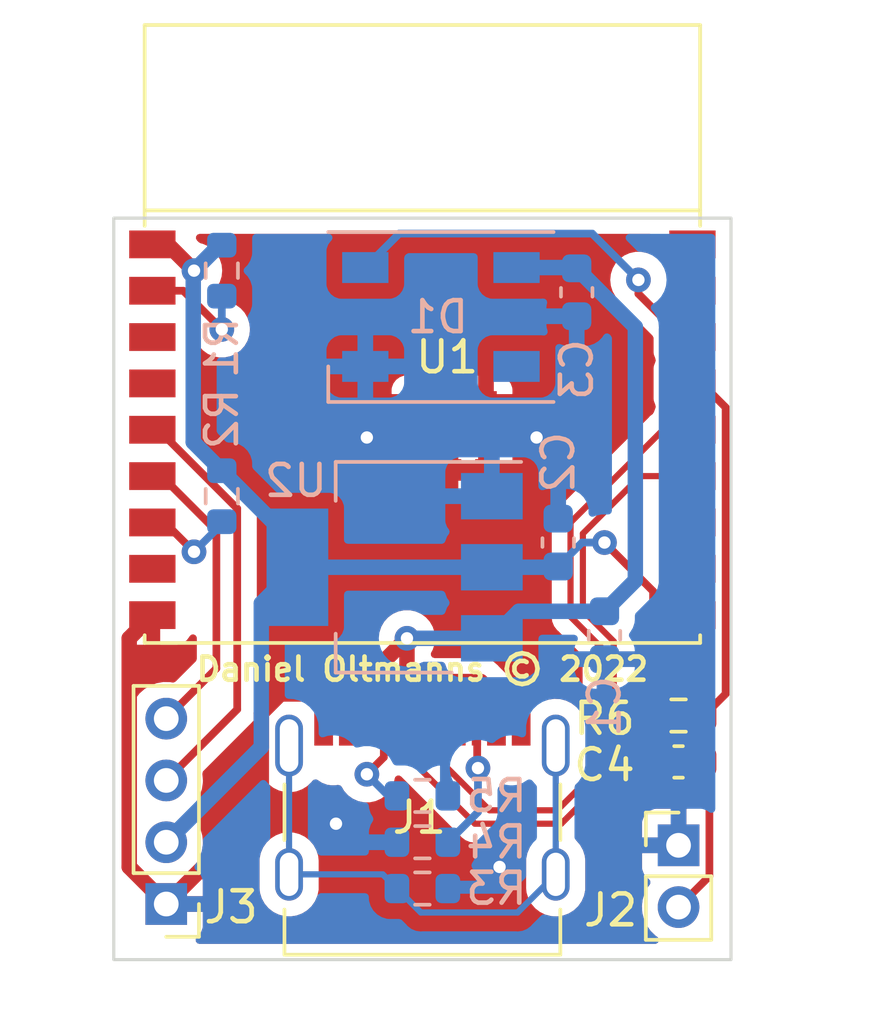
<source format=kicad_pcb>
(kicad_pcb (version 20211014) (generator pcbnew)
  (layers (0 "F.Cu" signal "Front") (31 "B.Cu" signal "Back") (34 "B.Paste" user) (35 "F.Paste" user) (36 "B.SilkS" user "B.Silkscreen") (37 "F.SilkS" user "F.Silkscreen") (38 "B.Mask" user) (39 "F.Mask" user) (44 "Edge.Cuts" user))
  (net 0 "")
  (net 1 "+5VD")
  (net 2 "GND")
  (net 3 "+3.3V")
  (net 4 "BTN_ACTION")
  (net 6 "DIN")
  (net 7 "Net-(J1-PadA5)")
  (net 8 "D+")
  (net 9 "D-")
  (net 11 "Net-(J1-PadB5)")
  (net 13 "SCL")
  (net 14 "SDA")
  (net 15 "Net-(R1-Pad1)")
  (net 16 "Net-(R2-Pad2)")
  (net 17 "GPIO9")
  (net 18 "GPIO5")
  (net 19 "GPIO4")
  (net 20 "GPIO10")
  (net 21 "RX")
  (net 22 "TX")
  (net 23 "GPIO1")
  (net 24 "GPIO0")
  (net 25 "Net-(J1-PadS1)")
  (footprint "Resistor_SMD:R_0603_1608Metric" (layer "F.Cu") (at 163.1 148.9)
    (fp_text reference "R6" (at -2.4 0.1) (layer "F.SilkS"))
    (fp_text value "10K")
    (fp_line (start -0.237258 0.5225) (end 0.237258 0.5225) (layer "F.SilkS") (width 0.12))
    (fp_line (start -0.237258 -0.5225) (end 0.237258 -0.5225) (layer "F.SilkS") (width 0.12))
    (pad "1" smd roundrect (at -0.825 0) (size 0.8 0.95) (layers "F.Cu" "F.Paste" "F.Mask") (net 3 "+3.3V"))
    (pad "2" smd roundrect (at 0.825 0) (size 0.8 0.95) (layers "F.Cu" "F.Paste" "F.Mask") (net 4 "BTN_ACTION"))
  )
  (footprint "Connector_PinHeader_2.00mm:PinHeader_1x04_P2.00mm_Vertical" (layer "F.Cu") (at 146.5 155 180)
    (fp_text reference "J3" (at -2.1 -0.1) (layer "F.SilkS"))
    (fp_text value "I²C Connector")
    (fp_line (start 1.06 1) (end 1.06 7.06) (layer "F.SilkS") (width 0.12))
    (fp_line (start -1.06 -1.06) (end 0 -1.06) (layer "F.SilkS") (width 0.12))
    (fp_line (start -1.06 7.06) (end 1.06 7.06) (layer "F.SilkS") (width 0.12))
    (fp_line (start -1.06 1) (end 1.06 1) (layer "F.SilkS") (width 0.12))
    (fp_line (start -1.06 0) (end -1.06 -1.06) (layer "F.SilkS") (width 0.12))
    (fp_line (start -1.06 1) (end -1.06 7.06) (layer "F.SilkS") (width 0.12))
    (pad "1" thru_hole rect (at 0 0 180) (size 1.35 1.35) (drill 0.8) (layers *.Cu *.Mask) (net 2 "GND"))
    (pad "2" thru_hole oval (at 0 2 180) (size 1.35 1.35) (drill 0.8) (layers *.Cu *.Mask) (net 3 "+3.3V"))
    (pad "3" thru_hole oval (at 0 4 180) (size 1.35 1.35) (drill 0.8) (layers *.Cu *.Mask) (net 13 "SCL"))
    (pad "4" thru_hole oval (at 0 6 180) (size 1.35 1.35) (drill 0.8) (layers *.Cu *.Mask) (net 14 "SDA"))
  )
  (footprint "Connector_PinHeader_2.00mm:PinHeader_1x02_P2.00mm_Vertical" (layer "F.Cu") (at 163.1 153.1)
    (fp_text reference "J2" (at -2.2 2.1) (layer "F.SilkS"))
    (fp_text value "Button Connector")
    (fp_line (start 1.06 1) (end 1.06 3.06) (layer "F.SilkS") (width 0.12))
    (fp_line (start -1.06 -1.06) (end 0 -1.06) (layer "F.SilkS") (width 0.12))
    (fp_line (start -1.06 3.06) (end 1.06 3.06) (layer "F.SilkS") (width 0.12))
    (fp_line (start -1.06 0) (end -1.06 -1.06) (layer "F.SilkS") (width 0.12))
    (fp_line (start -1.06 1) (end 1.06 1) (layer "F.SilkS") (width 0.12))
    (fp_line (start -1.06 1) (end -1.06 3.06) (layer "F.SilkS") (width 0.12))
    (pad "1" thru_hole rect (at 0 0) (size 1.35 1.35) (drill 0.8) (layers *.Cu *.Mask) (net 2 "GND"))
    (pad "2" thru_hole oval (at 0 2) (size 1.35 1.35) (drill 0.8) (layers *.Cu *.Mask) (net 4 "BTN_ACTION"))
  )
  (footprint "Espressif:ESP32-C3-WROOM-02" (layer "F.Cu") (at 154.8 137.8)
    (fp_text reference "U1" (at 0.8 -0.5) (layer "F.SilkS"))
    (fp_text value "ESP32-C3-WROOM-02")
    (fp_line (start -9 -11.25) (end 9 -11.25) (layer "F.SilkS") (width 0.12))
    (fp_line (start -9 8.75) (end -9 8.5) (layer "F.SilkS") (width 0.12))
    (fp_line (start 9 8.5) (end 9 8.75) (layer "F.SilkS") (width 0.12))
    (fp_line (start 9 -5.25) (end -8.95 -5.25) (layer "F.SilkS") (width 0.12))
    (fp_line (start -9 -11.25) (end -9 -4.75) (layer "F.SilkS") (width 0.12))
    (fp_line (start 9 -11.25) (end 9 -4.75) (layer "F.SilkS") (width 0.12))
    (fp_line (start 9 8.75) (end -9 8.75) (layer "F.SilkS") (width 0.12))
    (pad "1" smd rect locked (at -8.75 -4.15) (size 1.5 0.9) (layers "F.Cu" "F.Paste" "F.Mask") (net 3 "+3.3V"))
    (pad "2" smd rect locked (at -8.75 -2.65) (size 1.5 0.9) (layers "F.Cu" "F.Paste" "F.Mask") (net 15 "Net-(R1-Pad1)"))
    (pad "3" smd rect locked (at -8.75 -1.15) (size 1.5 0.9) (layers "F.Cu" "F.Paste" "F.Mask") (net 19 "GPIO4"))
    (pad "4" smd rect locked (at -8.75 0.35) (size 1.5 0.9) (layers "F.Cu" "F.Paste" "F.Mask") (net 18 "GPIO5"))
    (pad "5" smd rect locked (at -8.75 1.85) (size 1.5 0.9) (layers "F.Cu" "F.Paste" "F.Mask") (net 13 "SCL"))
    (pad "6" smd rect locked (at -8.75 3.35) (size 1.5 0.9) (layers "F.Cu" "F.Paste" "F.Mask") (net 14 "SDA"))
    (pad "7" smd rect locked (at -8.75 4.85) (size 1.5 0.9) (layers "F.Cu" "F.Paste" "F.Mask") (net 16 "Net-(R2-Pad2)"))
    (pad "8" smd rect locked (at -8.75 6.35) (size 1.5 0.9) (layers "F.Cu" "F.Paste" "F.Mask") (net 17 "GPIO9"))
    (pad "9" smd rect locked (at -8.75 7.85) (size 1.5 0.9) (layers "F.Cu" "F.Paste" "F.Mask") (net 2 "GND"))
    (pad "10" smd rect locked (at 8.75 7.85 180) (size 1.5 0.9) (layers "F.Cu" "F.Paste" "F.Mask") (net 20 "GPIO10"))
    (pad "11" smd rect locked (at 8.75 6.35 180) (size 1.5 0.9) (layers "F.Cu" "F.Paste" "F.Mask") (net 21 "RX"))
    (pad "12" smd rect locked (at 8.75 4.85 180) (size 1.5 0.9) (layers "F.Cu" "F.Paste" "F.Mask") (net 22 "TX"))
    (pad "13" smd rect locked (at 8.75 3.35 180) (size 1.5 0.9) (layers "F.Cu" "F.Paste" "F.Mask") (net 9 "D-"))
    (pad "14" smd rect locked (at 8.75 1.85 180) (size 1.5 0.9) (layers "F.Cu" "F.Paste" "F.Mask") (net 8 "D+"))
    (pad "15" smd rect locked (at 8.75 0.35 180) (size 1.5 0.9) (layers "F.Cu" "F.Paste" "F.Mask") (net 4 "BTN_ACTION"))
    (pad "16" smd rect locked (at 8.75 -1.15 180) (size 1.5 0.9) (layers "F.Cu" "F.Paste" "F.Mask") (net 6 "DIN"))
    (pad "17" smd rect locked (at 8.75 -2.65 180) (size 1.5 0.9) (layers "F.Cu" "F.Paste" "F.Mask") (net 23 "GPIO1"))
    (pad "18" smd rect locked (at 8.75 -4.15 180) (size 1.5 0.9) (layers "F.Cu" "F.Paste" "F.Mask") (net 24 "GPIO0"))
    (pad "19" smd rect locked (at 0.91 0.95 180) (size 0.7 0.7) (layers "F.Cu" "F.Paste" "F.Mask") (net 2 "GND"))
    (pad "19" smd rect locked (at 2.06 3.15 180) (size 0.7 0.7) (layers "F.Cu" "F.Paste" "F.Mask") (net 2 "GND"))
    (pad "19" smd rect locked (at 2.06 2.05 180) (size 0.7 0.7) (layers "F.Cu" "F.Paste" "F.Mask") (net 2 "GND"))
    (pad "19" smd rect locked (at 0.91 2.05 180) (size 0.7 0.7) (layers "F.Cu" "F.Paste" "F.Mask") (net 2 "GND"))
    (pad "19" smd rect locked (at -0.14 2.05 180) (size 0.7 0.7) (layers "F.Cu" "F.Paste" "F.Mask") (net 2 "GND"))
    (pad "19" smd rect locked (at -0.14 3.15 180) (size 0.7 0.7) (layers "F.Cu" "F.Paste" "F.Mask") (net 2 "GND"))
    (pad "19" smd rect locked (at 2.06 0.95 180) (size 0.7 0.7) (layers "F.Cu" "F.Paste" "F.Mask") (net 2 "GND"))
    (pad "19" smd rect locked (at 0.91 3.15 180) (size 0.7 0.7) (layers "F.Cu" "F.Paste" "F.Mask") (net 2 "GND"))
    (pad "19" smd rect locked (at -0.14 0.95 180) (size 0.7 0.7) (layers "F.Cu" "F.Paste" "F.Mask") (net 2 "GND"))
  )
  (footprint "Connector_USB:USB_C_Receptacle_Palconn_UTC16-G" (layer "F.Cu") (at 154.8 151.8)
    (fp_text reference "J1" (at -0.1 0.4) (layer "F.SilkS"))
    (fp_text value "USB_C_Receptacle_USB2.0")
    (fp_line (start -4.47 4.84) (end -4.47 3.38) (layer "F.SilkS") (width 0.12))
    (fp_line (start 4.47 4.84) (end 4.47 3.38) (layer "F.SilkS") (width 0.12))
    (fp_line (start 4.47 -0.67) (end 4.47 1.13) (layer "F.SilkS") (width 0.12))
    (fp_line (start -4.47 -0.67) (end -4.47 1.13) (layer "F.SilkS") (width 0.12))
    (fp_line (start 4.47 4.84) (end -4.47 4.84) (layer "F.SilkS") (width 0.12))
    (pad "" np_thru_hole circle (at 2.89 -1.45 180) (size 0.6 0.6) (drill 0.6) (layers *.Cu *.Mask))
    (pad "" np_thru_hole circle (at -2.89 -1.45 180) (size 0.6 0.6) (drill 0.6) (layers *.Cu *.Mask))
    (pad "A1" smd rect (at -3.2 -2.51) (size 0.6 1.16) (layers "F.Cu" "F.Paste" "F.Mask") (net 2 "GND"))
    (pad "A4" smd rect (at -2.4 -2.51) (size 0.6 1.16) (layers "F.Cu" "F.Paste" "F.Mask") (net 1 "+5VD"))
    (pad "A5" smd rect (at -1.25 -2.51 180) (size 0.3 1.16) (layers "F.Cu" "F.Paste" "F.Mask") (net 7 "Net-(J1-PadA5)"))
    (pad "A6" smd rect (at -0.25 -2.51 180) (size 0.3 1.16) (layers "F.Cu" "F.Paste" "F.Mask") (net 8 "D+"))
    (pad "A7" smd rect (at 0.25 -2.51 180) (size 0.3 1.16) (layers "F.Cu" "F.Paste" "F.Mask") (net 9 "D-"))
    (pad "A8" smd rect (at 1.25 -2.51 180) (size 0.3 1.16) (layers "F.Cu" "F.Paste" "F.Mask"))
    (pad "A9" smd rect (at 2.4 -2.51) (size 0.6 1.16) (layers "F.Cu" "F.Paste" "F.Mask") (net 1 "+5VD"))
    (pad "A12" smd rect (at 3.2 -2.51) (size 0.6 1.16) (layers "F.Cu" "F.Paste" "F.Mask") (net 2 "GND"))
    (pad "B1" smd rect (at 3.2 -2.51) (size 0.6 1.16) (layers "F.Cu" "F.Paste" "F.Mask") (net 2 "GND"))
    (pad "B4" smd rect (at 2.4 -2.51) (size 0.6 1.16) (layers "F.Cu" "F.Paste" "F.Mask") (net 1 "+5VD"))
    (pad "B5" smd rect (at 1.75 -2.51 180) (size 0.3 1.16) (layers "F.Cu" "F.Paste" "F.Mask") (net 11 "Net-(J1-PadB5)"))
    (pad "B6" smd rect (at 0.75 -2.51 180) (size 0.3 1.16) (layers "F.Cu" "F.Paste" "F.Mask") (net 8 "D+"))
    (pad "B7" smd rect (at -0.75 -2.51 180) (size 0.3 1.16) (layers "F.Cu" "F.Paste" "F.Mask") (net 9 "D-"))
    (pad "B8" smd rect (at -1.75 -2.51 180) (size 0.3 1.16) (layers "F.Cu" "F.Paste" "F.Mask"))
    (pad "B9" smd rect (at -2.4 -2.51) (size 0.6 1.16) (layers "F.Cu" "F.Paste" "F.Mask") (net 1 "+5VD"))
    (pad "B12" smd rect (at -3.2 -2.51) (size 0.6 1.16) (layers "F.Cu" "F.Paste" "F.Mask") (net 2 "GND"))
    (pad "S1" thru_hole oval (at -4.32 -1.93 90) (size 2 0.9) (drill oval 1.7 0.6) (layers *.Cu *.Mask) (net 25 "Net-(J1-PadS1)"))
    (pad "S1" thru_hole oval (at 4.32 2.24 90) (size 1.7 0.9) (drill oval 1.4 0.6) (layers *.Cu *.Mask) (net 25 "Net-(J1-PadS1)"))
    (pad "S1" thru_hole oval (at 4.32 -1.93 90) (size 2 0.9) (drill oval 1.7 0.6) (layers *.Cu *.Mask) (net 25 "Net-(J1-PadS1)"))
    (pad "S1" thru_hole oval (at -4.32 2.24 90) (size 1.7 0.9) (drill oval 1.4 0.6) (layers *.Cu *.Mask) (net 25 "Net-(J1-PadS1)"))
  )
  (footprint "Capacitor_SMD:C_0603_1608Metric" (layer "F.Cu") (at 163.1 150.4 180)
    (fp_text reference "C4" (at 2.4 -0.1) (layer "F.SilkS"))
    (fp_text value "100nF")
    (fp_line (start -0.14058 0.51) (end 0.14058 0.51) (layer "F.SilkS") (width 0.12))
    (fp_line (start -0.14058 -0.51) (end 0.14058 -0.51) (layer "F.SilkS") (width 0.12))
    (pad "1" smd roundrect (at -0.775 0 180) (size 0.9 0.95) (layers "F.Cu" "F.Paste" "F.Mask") (net 4 "BTN_ACTION"))
    (pad "2" smd roundrect (at 0.775 0 180) (size 0.9 0.95) (layers "F.Cu" "F.Paste" "F.Mask") (net 2 "GND"))
  )
  (footprint "Capacitor_SMD:C_0603_1608Metric" (layer "B.Cu") (at 160.7 146.3 -90)
    (fp_text reference "C1" (at 2.3 0 90) (layer "B.SilkS") (effects (justify mirror)))
    (fp_text value "10µF")
    (fp_line (start -0.14058 -0.51) (end 0.14058 -0.51) (layer "B.SilkS") (width 0.12))
    (fp_line (start -0.14058 0.51) (end 0.14058 0.51) (layer "B.SilkS") (width 0.12))
    (pad "1" smd roundrect (at -0.775 0 270) (size 0.9 0.95) (layers "B.Cu" "B.Paste" "B.Mask") (net 1 "+5VD"))
    (pad "2" smd roundrect (at 0.775 0 270) (size 0.9 0.95) (layers "B.Cu" "B.Paste" "B.Mask") (net 2 "GND"))
  )
  (footprint "Resistor_SMD:R_0603_1608Metric" (layer "B.Cu") (at 154.8 153 180)
    (fp_text reference "R4" (at -2.4 0) (layer "B.SilkS") (effects (justify mirror)))
    (fp_text value "5.11K")
    (fp_line (start -0.237258 -0.5225) (end 0.237258 -0.5225) (layer "B.SilkS") (width 0.12))
    (fp_line (start -0.237258 0.5225) (end 0.237258 0.5225) (layer "B.SilkS") (width 0.12))
    (pad "1" smd roundrect (at -0.825 0 180) (size 0.8 0.95) (layers "B.Cu" "B.Paste" "B.Mask") (net 11 "Net-(J1-PadB5)"))
    (pad "2" smd roundrect (at 0.825 0 180) (size 0.8 0.95) (layers "B.Cu" "B.Paste" "B.Mask") (net 2 "GND"))
  )
  (footprint "Resistor_SMD:R_0603_1608Metric" (layer "B.Cu") (at 148.3 134.5 90)
    (fp_text reference "R1" (at -2.5 0 90) (layer "B.SilkS") (effects (justify mirror)))
    (fp_text value "10K")
    (fp_line (start -0.237258 -0.5225) (end 0.237258 -0.5225) (layer "B.SilkS") (width 0.12))
    (fp_line (start -0.237258 0.5225) (end 0.237258 0.5225) (layer "B.SilkS") (width 0.12))
    (pad "1" smd roundrect (at -0.825 0 90) (size 0.8 0.95) (layers "B.Cu" "B.Paste" "B.Mask") (net 15 "Net-(R1-Pad1)"))
    (pad "2" smd roundrect (at 0.825 0 90) (size 0.8 0.95) (layers "B.Cu" "B.Paste" "B.Mask") (net 3 "+3.3V"))
  )
  (footprint "Resistor_SMD:R_0603_1608Metric" (layer "B.Cu") (at 148.3 141.8 -90)
    (fp_text reference "R2" (at -2.5 0 90) (layer "B.SilkS") (effects (justify mirror)))
    (fp_text value "10K")
    (fp_line (start -0.237258 0.5225) (end 0.237258 0.5225) (layer "B.SilkS") (width 0.12))
    (fp_line (start -0.237258 -0.5225) (end 0.237258 -0.5225) (layer "B.SilkS") (width 0.12))
    (pad "1" smd roundrect (at -0.825 0 270) (size 0.8 0.95) (layers "B.Cu" "B.Paste" "B.Mask") (net 3 "+3.3V"))
    (pad "2" smd roundrect (at 0.825 0 270) (size 0.8 0.95) (layers "B.Cu" "B.Paste" "B.Mask") (net 16 "Net-(R2-Pad2)"))
  )
  (footprint "Resistor_SMD:R_0603_1608Metric" (layer "B.Cu") (at 154.8 151.5)
    (fp_text reference "R5" (at 2.4 0) (layer "B.SilkS") (effects (justify mirror)))
    (fp_text value "5.11K")
    (fp_line (start -0.237258 -0.5225) (end 0.237258 -0.5225) (layer "B.SilkS") (width 0.12))
    (fp_line (start -0.237258 0.5225) (end 0.237258 0.5225) (layer "B.SilkS") (width 0.12))
    (pad "1" smd roundrect (at -0.825 0) (size 0.8 0.95) (layers "B.Cu" "B.Paste" "B.Mask") (net 7 "Net-(J1-PadA5)"))
    (pad "2" smd roundrect (at 0.825 0) (size 0.8 0.95) (layers "B.Cu" "B.Paste" "B.Mask") (net 2 "GND"))
  )
  (footprint "Package_TO_SOT_SMD:SOT-223-3_TabPin2" (layer "B.Cu") (at 153.9 144.1 180)
    (fp_text reference "U2" (at 3.2 2.8) (layer "B.SilkS") (effects (justify mirror)))
    (fp_text value "AMS1117-3.3")
    (fp_line (start -4.1 3.41) (end 1.91 3.41) (layer "B.SilkS") (width 0.12))
    (fp_line (start 1.91 3.41) (end 1.91 2.15) (layer "B.SilkS") (width 0.12))
    (fp_line (start 1.91 -3.41) (end 1.91 -2.15) (layer "B.SilkS") (width 0.12))
    (fp_line (start -1.85 -3.41) (end 1.91 -3.41) (layer "B.SilkS") (width 0.12))
    (pad "1" smd rect (at -3.15 2.3 180) (size 2 1.5) (layers "B.Cu" "B.Paste" "B.Mask") (net 2 "GND"))
    (pad "2" smd rect (at 3.15 0 180) (size 2 3.8) (layers "B.Cu" "B.Paste" "B.Mask") (net 3 "+3.3V"))
    (pad "2" smd rect (at -3.15 0 180) (size 2 1.5) (layers "B.Cu" "B.Paste" "B.Mask") (net 3 "+3.3V"))
    (pad "3" smd rect (at -3.15 -2.3 180) (size 2 1.5) (layers "B.Cu" "B.Paste" "B.Mask") (net 1 "+5VD"))
  )
  (footprint "LED_SMD:LED_WS2812B_PLCC4_5.0x5.0mm_P3.2mm" (layer "B.Cu") (at 155.4 136 180)
    (fp_text reference "D1" (at 0.1 0) (layer "B.SilkS") (effects (justify mirror)))
    (fp_text value "WS2812B")
    (fp_line (start -3.65 -2.75) (end 3.65 -2.75) (layer "B.SilkS") (width 0.12))
    (fp_line (start -3.65 2.75) (end 3.65 2.75) (layer "B.SilkS") (width 0.12))
    (fp_line (start 3.65 -2.75) (end 3.65 -1.6) (layer "B.SilkS") (width 0.12))
    (pad "1" smd rect (at -2.45 1.6 180) (size 1.5 1) (layers "B.Cu" "B.Paste" "B.Mask") (net 1 "+5VD"))
    (pad "2" smd rect (at -2.45 -1.6 180) (size 1.5 1) (layers "B.Cu" "B.Paste" "B.Mask"))
    (pad "3" smd rect (at 2.45 -1.6 180) (size 1.5 1) (layers "B.Cu" "B.Paste" "B.Mask") (net 2 "GND"))
    (pad "4" smd rect (at 2.45 1.6 180) (size 1.5 1) (layers "B.Cu" "B.Paste" "B.Mask") (net 6 "DIN"))
  )
  (footprint "Capacitor_SMD:C_0603_1608Metric" (layer "B.Cu") (at 159.2 143.3 90)
    (fp_text reference "C2" (at 2.6 0 90) (layer "B.SilkS") (effects (justify mirror)))
    (fp_text value "10µF")
    (fp_line (start -0.14058 -0.51) (end 0.14058 -0.51) (layer "B.SilkS") (width 0.12))
    (fp_line (start -0.14058 0.51) (end 0.14058 0.51) (layer "B.SilkS") (width 0.12))
    (pad "1" smd roundrect (at -0.775 0 90) (size 0.9 0.95) (layers "B.Cu" "B.Paste" "B.Mask") (net 3 "+3.3V"))
    (pad "2" smd roundrect (at 0.775 0 90) (size 0.9 0.95) (layers "B.Cu" "B.Paste" "B.Mask") (net 2 "GND"))
  )
  (footprint "Capacitor_SMD:C_0603_1608Metric" (layer "B.Cu") (at 159.8 135.2 -90)
    (fp_text reference "C3" (at 2.5 0 90) (layer "B.SilkS") (effects (justify mirror)))
    (fp_text value "100nF")
    (fp_line (start -0.14058 0.51) (end 0.14058 0.51) (layer "B.SilkS") (width 0.12))
    (fp_line (start -0.14058 -0.51) (end 0.14058 -0.51) (layer "B.SilkS") (width 0.12))
    (pad "1" smd roundrect (at -0.775 0 270) (size 0.9 0.95) (layers "B.Cu" "B.Paste" "B.Mask") (net 1 "+5VD"))
    (pad "2" smd roundrect (at 0.775 0 270) (size 0.9 0.95) (layers "B.Cu" "B.Paste" "B.Mask") (net 2 "GND"))
  )
  (footprint "Resistor_SMD:R_0603_1608Metric" (layer "B.Cu") (at 154.8 154.5)
    (fp_text reference "R3" (at 2.4 0) (layer "B.SilkS") (effects (justify mirror)))
    (fp_text value "1M")
    (fp_line (start -0.237258 0.5225) (end 0.237258 0.5225) (layer "B.SilkS") (width 0.12))
    (fp_line (start -0.237258 -0.5225) (end 0.237258 -0.5225) (layer "B.SilkS") (width 0.12))
    (pad "1" smd roundrect (at -0.825 0) (size 0.8 0.95) (layers "B.Cu" "B.Paste" "B.Mask") (net 25 "Net-(J1-PadS1)"))
    (pad "2" smd roundrect (at 0.825 0) (size 0.8 0.95) (layers "B.Cu" "B.Paste" "B.Mask") (net 2 "GND"))
  )
  (gr_rect (start 144.8 132.8) (end 164.8 156.8) (layer "Edge.Cuts") (width 0.1) (fill none))
  (gr_text "Daniel Oltmanns © 2022" (at 154.8 147.4) (layer "F.SilkS") (effects (font (size 0.75 0.75))))
  (segment (start 157.2 149.29) (end 157.2 148.31) (width 0.5) (layer "F.Cu") (net 1))
  (segment (start 152.4 148.3) (end 154.3 146.4) (width 0.5) (layer "F.Cu") (net 1))
  (segment (start 152.4 149.29) (end 152.4 148.3) (width 0.5) (layer "F.Cu") (net 1))
  (segment (start 157.2 148.31) (end 156.69 147.8) (width 0.5) (layer "F.Cu") (net 1))
  (segment (start 156.69 147.8) (end 154.3 147.8) (width 0.5) (layer "F.Cu") (net 1))
  (segment (start 154.3 147.8) (end 154.3 146.4) (width 0.5) (layer "F.Cu") (net 1))
  (via (at 154.3 146.4) (size 0.8) (drill 0.4) (layers "F.Cu" "B.Cu") (net 1))
  (segment (start 159.8 134.425) (end 161.7 136.325) (width 0.5) (layer "B.Cu") (net 1))
  (segment (start 161.7 144.525) (end 161.7 136.325) (width 0.5) (layer "B.Cu") (net 1))
  (segment (start 159.775 134.4) (end 159.8 134.425) (width 0.5) (layer "B.Cu") (net 1))
  (segment (start 157.925 145.525) (end 157.05 146.4) (width 0.5) (layer "B.Cu") (net 1))
  (segment (start 154.3 146.4) (end 157.05 146.4) (width 0.5) (layer "B.Cu") (net 1))
  (segment (start 160.7 145.525) (end 161.7 144.525) (width 0.5) (layer "B.Cu") (net 1))
  (segment (start 157.85 134.4) (end 159.775 134.4) (width 0.5) (layer "B.Cu") (net 1))
  (segment (start 160.7 145.525) (end 157.925 145.525) (width 0.5) (layer "B.Cu") (net 1))
  (segment (start 149.58 151.92) (end 149.58 148.82) (width 0.5) (layer "F.Cu") (net 2))
  (segment (start 151.6 149.29) (end 151.6 148.2) (width 0.5) (layer "F.Cu") (net 2))
  (segment (start 149.58 148.82) (end 150.2 148.2) (width 0.5) (layer "F.Cu") (net 2))
  (segment (start 146.05 145.65) (end 145.3 146.4) (width 0.5) (layer "F.Cu") (net 2))
  (segment (start 150.2 148.2) (end 151.6 148.2) (width 0.5) (layer "F.Cu") (net 2))
  (segment (start 145.3 153.8) (end 146.5 155) (width 0.5) (layer "F.Cu") (net 2))
  (segment (start 146.5 155) (end 149.58 151.92) (width 0.5) (layer "F.Cu") (net 2))
  (segment (start 158 142.09) (end 156.86 140.95) (width 0.5) (layer "F.Cu") (net 2))
  (segment (start 151.6 148.2) (end 151.6 144.01) (width 0.5) (layer "F.Cu") (net 2))
  (segment (start 145.3 146.4) (end 145.3 153.8) (width 0.5) (layer "F.Cu") (net 2))
  (segment (start 158 149.29) (end 158 142.09) (width 0.5) (layer "F.Cu") (net 2))
  (segment (start 151.6 144.01) (end 154.66 140.95) (width 0.5) (layer "F.Cu") (net 2))
  (via (at 153 139.9) (size 0.8) (drill 0.4) (layers "F.Cu" "B.Cu") (net 2))
  (via (at 158.5 139.9) (size 0.8) (drill 0.4) (layers "F.Cu" "B.Cu") (net 2))
  (via (at 152 152.4) (size 0.8) (drill 0.4) (layers "F.Cu" "B.Cu") (net 2))
  (via (at 157.3 153.8) (size 0.8) (drill 0.4) (layers "F.Cu" "B.Cu") (net 2))
  (segment (start 162.275 148.9) (end 162.275 144.875) (width 0.25) (layer "F.Cu") (net 3))
  (segment (start 162.275 144.875) (end 160.7 143.3) (width 0.25) (layer "F.Cu") (net 3))
  (segment (start 146.55 133.65) (end 147.4 134.5) (width 0.5) (layer "F.Cu") (net 3))
  (segment (start 146.05 133.65) (end 146.55 133.65) (width 0.5) (layer "F.Cu") (net 3))
  (via (at 160.7 143.3) (size 0.8) (drill 0.4) (layers "F.Cu" "B.Cu") (net 3))
  (via (at 147.4 134.5) (size 0.8) (drill 0.4) (layers "F.Cu" "B.Cu") (net 3))
  (segment (start 150.75 143.425) (end 148.3 140.975) (width 0.5) (layer "B.Cu") (net 3))
  (segment (start 148.3 140.975) (end 147.375 140.05) (width 0.5) (layer "B.Cu") (net 3))
  (segment (start 160.7 143.3) (end 159.975 143.3) (width 0.25) (layer "B.Cu") (net 3))
  (segment (start 159.175 144.1) (end 159.2 144.075) (width 0.5) (layer "B.Cu") (net 3))
  (segment (start 149.58 145.27) (end 150.75 144.1) (width 0.5) (layer "B.Cu") (net 3))
  (segment (start 146.5 153) (end 149.58 149.92) (width 0.5) (layer "B.Cu") (net 3))
  (segment (start 159.975 143.3) (end 159.2 144.075) (width 0.25) (layer "B.Cu") (net 3))
  (segment (start 148.225 133.675) (end 147.4 134.5) (width 0.5) (layer "B.Cu") (net 3))
  (segment (start 150.75 144.1) (end 150.75 143.425) (width 0.5) (layer "B.Cu") (net 3))
  (segment (start 150.75 144.1) (end 157.05 144.1) (width 0.5) (layer "B.Cu") (net 3))
  (segment (start 148.3 133.675) (end 148.225 133.675) (width 0.5) (layer "B.Cu") (net 3))
  (segment (start 157.05 144.1) (end 159.175 144.1) (width 0.5) (layer "B.Cu") (net 3))
  (segment (start 149.58 149.92) (end 149.58 145.27) (width 0.5) (layer "B.Cu") (net 3))
  (segment (start 147.375 140.05) (end 147.375 134.525) (width 0.5) (layer "B.Cu") (net 3))
  (segment (start 147.375 134.525) (end 147.4 134.5) (width 0.5) (layer "B.Cu") (net 3))
  (segment (start 163.925 148.9) (end 163.925 150.35) (width 0.25) (layer "F.Cu") (net 4))
  (segment (start 163.55 138.15) (end 163.85 138.15) (width 0.25) (layer "F.Cu") (net 4))
  (segment (start 163.85 138.15) (end 164.625 138.925) (width 0.25) (layer "F.Cu") (net 4))
  (segment (start 164.1 150.625) (end 163.875 150.4) (width 0.25) (layer "F.Cu") (net 4))
  (segment (start 163.925 150.35) (end 163.875 150.4) (width 0.25) (layer "F.Cu") (net 4))
  (segment (start 164.1 154.1) (end 164.1 150.625) (width 0.25) (layer "F.Cu") (net 4))
  (segment (start 164.625 148.2) (end 163.925 148.9) (width 0.25) (layer "F.Cu") (net 4))
  (segment (start 164.625 138.925) (end 164.625 148.2) (width 0.25) (layer "F.Cu") (net 4))
  (segment (start 163.1 155.1) (end 164.1 154.1) (width 0.25) (layer "F.Cu") (net 4))
  (segment (start 163.2 136.65) (end 163.55 136.65) (width 0.25) (layer "F.Cu") (net 6))
  (segment (start 161.8 135.25) (end 163.2 136.65) (width 0.25) (layer "F.Cu") (net 6))
  (segment (start 161.8 134.8) (end 161.8 135.25) (width 0.25) (layer "F.Cu") (net 6))
  (via (at 161.8 134.8) (size 0.8) (drill 0.4) (layers "F.Cu" "B.Cu") (net 6))
  (segment (start 159.9 133.3) (end 160.3 133.3) (width 0.25) (layer "B.Cu") (net 6))
  (segment (start 152.95 134.4) (end 154.05 133.3) (width 0.25) (layer "B.Cu") (net 6))
  (segment (start 160.3 133.3) (end 161.8 134.8) (width 0.25) (layer "B.Cu") (net 6))
  (segment (start 154.05 133.3) (end 159.9 133.3) (width 0.25) (layer "B.Cu") (net 6))
  (segment (start 153 150.8) (end 153.55 150.25) (width 0.25) (layer "F.Cu") (net 7))
  (segment (start 153.55 150.25) (end 153.55 149.29) (width 0.25) (layer "F.Cu") (net 7))
  (via (at 153 150.8) (size 0.8) (drill 0.4) (layers "F.Cu" "B.Cu") (net 7))
  (segment (start 153.975 151.5) (end 153.7 151.5) (width 0.25) (layer "B.Cu") (net 7))
  (segment (start 153.7 151.5) (end 153 150.8) (width 0.25) (layer "B.Cu") (net 7))
  (segment (start 159.167157 151.967157) (end 156.977207 151.967157) (width 0.2) (layer "F.Cu") (net 8))
  (segment (start 155.55 148.46) (end 155.55 149.29) (width 0.2) (layer "F.Cu") (net 8))
  (segment (start 154.55 148.46) (end 154.6 148.41) (width 0.2) (layer "F.Cu") (net 8))
  (segment (start 162.6 139.65) (end 159.6 142.65) (width 0.2) (layer "F.Cu") (net 8))
  (segment (start 154.55 149.29) (end 154.55 148.46) (width 0.2) (layer "F.Cu") (net 8))
  (segment (start 160.6 146.7) (end 160.6 150.534314) (width 0.2) (layer "F.Cu") (net 8))
  (segment (start 155.55 150.53995) (end 155.55 149.29) (width 0.2) (layer "F.Cu") (net 8))
  (segment (start 155.5 148.41) (end 155.55 148.46) (width 0.2) (layer "F.Cu") (net 8))
  (segment (start 156.977207 151.967157) (end 155.55 150.53995) (width 0.2) (layer "F.Cu") (net 8))
  (segment (start 159.6 142.65) (end 159.6 145.7) (width 0.2) (layer "F.Cu") (net 8))
  (segment (start 160.6 150.534314) (end 159.167157 151.967157) (width 0.2) (layer "F.Cu") (net 8))
  (segment (start 163.55 139.65) (end 162.6 139.65) (width 0.2) (layer "F.Cu") (net 8))
  (segment (start 159.6 145.7) (end 160.6 146.7) (width 0.2) (layer "F.Cu") (net 8))
  (segment (start 154.6 148.41) (end 155.5 148.41) (width 0.2) (layer "F.Cu") (net 8))
  (segment (start 154.95 150.17) (end 154.27 150.17) (width 0.2) (layer "F.Cu") (net 9))
  (segment (start 159.3 152.4) (end 156.5 152.4) (width 0.2) (layer "F.Cu") (net 9))
  (segment (start 163.55 141.15) (end 161.86005 141.15) (width 0.2) (layer "F.Cu") (net 9))
  (segment (start 156.5 152.4) (end 154.05 149.95) (width 0.2) (layer "F.Cu") (net 9))
  (segment (start 161 146.5) (end 161 150.7) (width 0.2) (layer "F.Cu") (net 9))
  (segment (start 154.27 150.17) (end 154.05 149.95) (width 0.2) (layer "F.Cu") (net 9))
  (segment (start 155.05 149.29) (end 155.05 150.07) (width 0.2) (layer "F.Cu") (net 9))
  (segment (start 160 145.5) (end 161 146.5) (width 0.2) (layer "F.Cu") (net 9))
  (segment (start 161.86005 141.15) (end 160 143.01005) (width 0.2) (layer "F.Cu") (net 9))
  (segment (start 161 150.7) (end 159.3 152.4) (width 0.2) (layer "F.Cu") (net 9))
  (segment (start 160 143.01005) (end 160 145.5) (width 0.2) (layer "F.Cu") (net 9))
  (segment (start 154.05 149.95) (end 154.05 149.29) (width 0.2) (layer "F.Cu") (net 9))
  (segment (start 155.05 150.07) (end 154.95 150.17) (width 0.2) (layer "F.Cu") (net 9))
  (segment (start 156.575 150.575) (end 156.575 149.315) (width 0.25) (layer "F.Cu") (net 11))
  (segment (start 156.575 149.315) (end 156.55 149.29) (width 0.25) (layer "F.Cu") (net 11))
  (segment (start 156.6 150.6) (end 156.575 150.575) (width 0.25) (layer "F.Cu") (net 11))
  (via (at 156.6 150.6) (size 0.8) (drill 0.4) (layers "F.Cu" "B.Cu") (net 11))
  (segment (start 155.625 153) (end 156.6 152.025) (width 0.25) (layer "B.Cu") (net 11))
  (segment (start 156.6 152.025) (end 156.6 150.6) (width 0.25) (layer "B.Cu") (net 11))
  (segment (start 146.05 139.65) (end 146.25 139.65) (width 0.25) (layer "F.Cu") (net 13))
  (segment (start 146.25 139.65) (end 148.8 142.2) (width 0.25) (layer "F.Cu") (net 13))
  (segment (start 148.8 142.2) (end 148.8 148.7) (width 0.25) (layer "F.Cu") (net 13))
  (segment (start 148.8 148.7) (end 146.5 151) (width 0.25) (layer "F.Cu") (net 13))
  (segment (start 146.35 141.15) (end 148.125 142.925) (width 0.25) (layer "F.Cu") (net 14))
  (segment (start 148.125 147.375) (end 146.5 149) (width 0.25) (layer "F.Cu") (net 14))
  (segment (start 148.125 142.925) (end 148.125 147.375) (width 0.25) (layer "F.Cu") (net 14))
  (segment (start 146.05 141.15) (end 146.35 141.15) (width 0.25) (layer "F.Cu") (net 14))
  (segment (start 148.3 136.4) (end 147.05 135.15) (width 0.25) (layer "F.Cu") (net 15))
  (segment (start 147.05 135.15) (end 146.05 135.15) (width 0.25) (layer "F.Cu") (net 15))
  (via (at 148.3 136.4) (size 0.8) (drill 0.4) (layers "F.Cu" "B.Cu") (net 15))
  (segment (start 148.3 135.325) (end 148.3 136.4) (width 0.25) (layer "B.Cu") (net 15))
  (segment (start 147.4 143.6) (end 146.45 142.65) (width 0.25) (layer "F.Cu") (net 16))
  (segment (start 146.45 142.65) (end 146.05 142.65) (width 0.25) (layer "F.Cu") (net 16))
  (via (at 147.4 143.6) (size 0.8) (drill 0.4) (layers "F.Cu" "B.Cu") (net 16))
  (segment (start 148.3 142.7) (end 147.4 143.6) (width 0.25) (layer "B.Cu") (net 16))
  (segment (start 148.3 142.625) (end 148.3 142.7) (width 0.25) (layer "B.Cu") (net 16))
  (segment (start 157.885 155.275) (end 159.12 154.04) (width 0.2) (layer "B.Cu") (net 25))
  (segment (start 150.48 154.04) (end 150.48 149.87) (width 0.2) (layer "B.Cu") (net 25))
  (segment (start 154.75 155.275) (end 157.885 155.275) (width 0.2) (layer "B.Cu") (net 25))
  (segment (start 153.975 154.5) (end 153.515 154.04) (width 0.2) (layer "B.Cu") (net 25))
  (segment (start 153.975 154.5) (end 154.75 155.275) (width 0.2) (layer "B.Cu") (net 25))
  (segment (start 153.515 154.04) (end 150.48 154.04) (width 0.2) (layer "B.Cu") (net 25))
  (segment (start 159.12 154.04) (end 159.12 149.87) (width 0.2) (layer "B.Cu") (net 25))
  (zone (net 2) (net_name "GND") (layers F&B.Cu) (connect_pads (clearance 0.508)) (min_thickness 0.254) (fill yes (thermal_gap 0.508) (thermal_bridge_width 0.508))
    (polygon (pts (xy 165.6 157.7) (xy 144.3 157.4) (xy 144.5 132.3) (xy 165.6 132.2)))
  )
)
</source>
